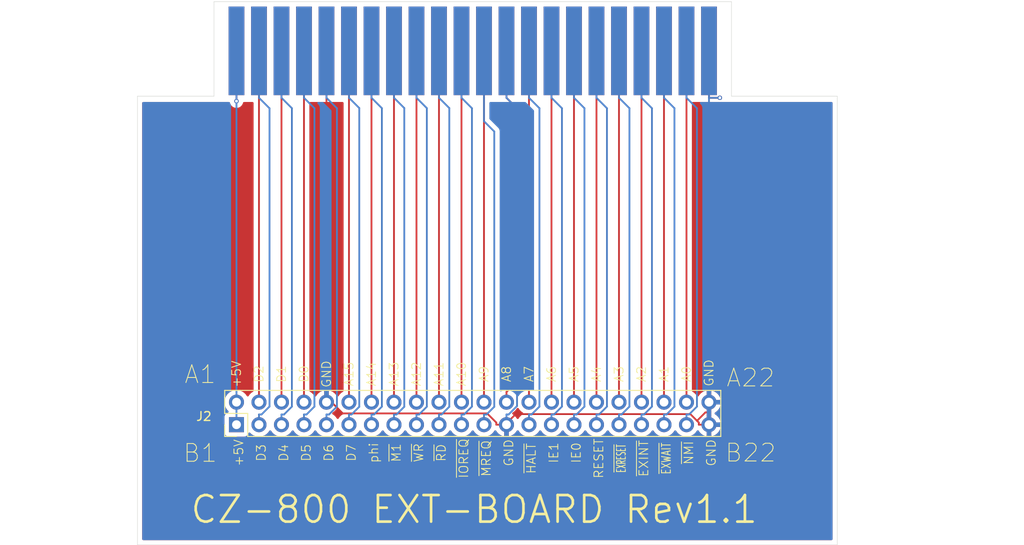
<source format=kicad_pcb>
(kicad_pcb (version 20171130) (host pcbnew "(5.1.9)-1")

  (general
    (thickness 1.6)
    (drawings 57)
    (tracks 176)
    (zones 0)
    (modules 2)
    (nets 41)
  )

  (page A4)
  (layers
    (0 F.Cu signal)
    (31 B.Cu signal)
    (32 B.Adhes user hide)
    (33 F.Adhes user hide)
    (34 B.Paste user)
    (35 F.Paste user)
    (36 B.SilkS user)
    (37 F.SilkS user)
    (38 B.Mask user)
    (39 F.Mask user)
    (40 Dwgs.User user hide)
    (41 Cmts.User user hide)
    (42 Eco1.User user hide)
    (43 Eco2.User user hide)
    (44 Edge.Cuts user)
    (45 Margin user hide)
    (46 B.CrtYd user hide)
    (47 F.CrtYd user hide)
    (48 B.Fab user hide)
    (49 F.Fab user hide)
  )

  (setup
    (last_trace_width 0.2)
    (user_trace_width 0.2)
    (user_trace_width 0.4)
    (user_trace_width 0.6)
    (user_trace_width 0.8)
    (user_trace_width 1)
    (user_trace_width 1.2)
    (user_trace_width 1.6)
    (user_trace_width 2)
    (trace_clearance 0.2)
    (zone_clearance 0.508)
    (zone_45_only no)
    (trace_min 0.2)
    (via_size 0.5)
    (via_drill 0.3)
    (via_min_size 0.4)
    (via_min_drill 0.3)
    (user_via 0.9 0.5)
    (user_via 1.2 0.8)
    (user_via 1.4 0.9)
    (user_via 1.5 1)
    (uvia_size 0.3)
    (uvia_drill 0.1)
    (uvias_allowed no)
    (uvia_min_size 0.2)
    (uvia_min_drill 0.1)
    (edge_width 0.05)
    (segment_width 0.2)
    (pcb_text_width 0.3)
    (pcb_text_size 1.5 1.5)
    (mod_edge_width 0.12)
    (mod_text_size 1 1)
    (mod_text_width 0.15)
    (pad_size 1.524 1.524)
    (pad_drill 0.762)
    (pad_to_mask_clearance 0)
    (aux_axis_origin 50 116.5)
    (grid_origin 50 116.5)
    (visible_elements 7FFFFFFF)
    (pcbplotparams
      (layerselection 0x010fc_ffffffff)
      (usegerberextensions true)
      (usegerberattributes false)
      (usegerberadvancedattributes false)
      (creategerberjobfile false)
      (excludeedgelayer true)
      (linewidth 0.100000)
      (plotframeref false)
      (viasonmask false)
      (mode 1)
      (useauxorigin true)
      (hpglpennumber 1)
      (hpglpenspeed 20)
      (hpglpendiameter 15.000000)
      (psnegative false)
      (psa4output false)
      (plotreference true)
      (plotvalue true)
      (plotinvisibletext false)
      (padsonsilk true)
      (subtractmaskfromsilk false)
      (outputformat 1)
      (mirror false)
      (drillshape 0)
      (scaleselection 1)
      (outputdirectory ""))
  )

  (net 0 "")
  (net 1 +5V)
  (net 2 GND)
  (net 3 /D2)
  (net 4 /D1)
  (net 5 /D0)
  (net 6 /A15)
  (net 7 /A14)
  (net 8 /A13)
  (net 9 /A12)
  (net 10 /A11)
  (net 11 /A10)
  (net 12 /A9)
  (net 13 /A8)
  (net 14 /A7)
  (net 15 /A6)
  (net 16 /A5)
  (net 17 /A4)
  (net 18 /A3)
  (net 19 /A2)
  (net 20 /A1)
  (net 21 /A0)
  (net 22 /D3)
  (net 23 /D4)
  (net 24 /D5)
  (net 25 /D6)
  (net 26 /D7)
  (net 27 /~M1)
  (net 28 /~WR)
  (net 29 /~RD)
  (net 30 /~IOREQ)
  (net 31 /~MREQ)
  (net 32 /~HALT)
  (net 33 /IE1)
  (net 34 /IE0)
  (net 35 /RESET)
  (net 36 /~EXRESET)
  (net 37 /~EXINT)
  (net 38 /~EXWAIT)
  (net 39 /~MNI)
  (net 40 /phi)

  (net_class Default "This is the default net class."
    (clearance 0.2)
    (trace_width 0.2)
    (via_dia 0.5)
    (via_drill 0.3)
    (uvia_dia 0.3)
    (uvia_drill 0.1)
    (add_net +5V)
    (add_net /A0)
    (add_net /A1)
    (add_net /A10)
    (add_net /A11)
    (add_net /A12)
    (add_net /A13)
    (add_net /A14)
    (add_net /A15)
    (add_net /A2)
    (add_net /A3)
    (add_net /A4)
    (add_net /A5)
    (add_net /A6)
    (add_net /A7)
    (add_net /A8)
    (add_net /A9)
    (add_net /D0)
    (add_net /D1)
    (add_net /D2)
    (add_net /D3)
    (add_net /D4)
    (add_net /D5)
    (add_net /D6)
    (add_net /D7)
    (add_net /IE0)
    (add_net /IE1)
    (add_net /RESET)
    (add_net /phi)
    (add_net /~EXINT)
    (add_net /~EXRESET)
    (add_net /~EXWAIT)
    (add_net /~HALT)
    (add_net /~IOREQ)
    (add_net /~M1)
    (add_net /~MNI)
    (add_net /~MREQ)
    (add_net /~RD)
    (add_net /~WR)
    (add_net GND)
  )

  (net_class +5V ""
    (clearance 0.2)
    (trace_width 0.4)
    (via_dia 0.5)
    (via_drill 0.3)
    (uvia_dia 0.3)
    (uvia_drill 0.1)
  )

  (net_class GND ""
    (clearance 0.2)
    (trace_width 0.4)
    (via_dia 0.5)
    (via_drill 0.3)
    (uvia_dia 0.3)
    (uvia_drill 0.1)
  )

  (module mz-2000:BUS_MZ2000 (layer F.Cu) (tedit 6260BECF) (tstamp 627A5DF3)
    (at 137.376 62)
    (path /627EE89C)
    (attr virtual)
    (fp_text reference J1 (at -19.876 7.5) (layer F.SilkS) hide
      (effects (font (size 1 1) (thickness 0.15)))
    )
    (fp_text value Conn_02x22_Row_Letter_First (at -73.66 -8.255) (layer F.Fab)
      (effects (font (size 1 1) (thickness 0.15)))
    )
    (fp_line (start -102.87 4.06) (end -102.87 -6.985) (layer F.CrtYd) (width 0.05))
    (fp_line (start -78.74 -6.35) (end -78.74 3.81) (layer F.Fab) (width 0.1))
    (fp_line (start -20.32 3.81) (end -78.74 3.81) (layer F.Fab) (width 0.1))
    (fp_line (start -78.74 -6.35) (end -20.32 -6.35) (layer F.Fab) (width 0.1))
    (fp_line (start -20.32 -6.35) (end -20.32 3.81) (layer F.Fab) (width 0.1))
    (fp_line (start -102.87 -6.985) (end 12.7 -6.985) (layer F.CrtYd) (width 0.05))
    (fp_line (start 12.7 4.06) (end 12.7 -6.985) (layer F.CrtYd) (width 0.05))
    (fp_line (start 12.7 4.06) (end -102.87 4.06) (layer F.CrtYd) (width 0.05))
    (fp_text user %R (at -64.77 -1.905) (layer F.Fab)
      (effects (font (size 1 1) (thickness 0.15)))
    )
    (pad a1 connect rect (at -76.2 -1.27) (size 1.78 10) (layers F.Cu F.Mask)
      (net 1 +5V))
    (pad a2 connect rect (at -73.66 -1.27) (size 1.78 10) (layers F.Cu F.Mask)
      (net 3 /D2))
    (pad a3 connect rect (at -71.12 -1.27) (size 1.78 10) (layers F.Cu F.Mask)
      (net 4 /D1))
    (pad a4 connect rect (at -68.58 -1.27) (size 1.78 10) (layers F.Cu F.Mask)
      (net 5 /D0))
    (pad a5 connect rect (at -66.04 -1.27) (size 1.78 10) (layers F.Cu F.Mask)
      (net 2 GND))
    (pad a6 connect rect (at -63.5 -1.27) (size 1.78 10) (layers F.Cu F.Mask)
      (net 6 /A15))
    (pad a7 connect rect (at -60.96 -1.27) (size 1.78 10) (layers F.Cu F.Mask)
      (net 7 /A14))
    (pad a8 connect rect (at -58.42 -1.27) (size 1.78 10) (layers F.Cu F.Mask)
      (net 8 /A13))
    (pad a9 connect rect (at -55.88 -1.27) (size 1.78 10) (layers F.Cu F.Mask)
      (net 9 /A12))
    (pad a10 connect rect (at -53.34 -1.27) (size 1.78 10) (layers F.Cu F.Mask)
      (net 10 /A11))
    (pad a11 connect rect (at -50.8 -1.27) (size 1.78 10) (layers F.Cu F.Mask)
      (net 11 /A10))
    (pad a12 connect rect (at -48.26 -1.27) (size 1.78 10) (layers F.Cu F.Mask)
      (net 12 /A9))
    (pad a13 connect rect (at -45.72 -1.27) (size 1.78 10) (layers F.Cu F.Mask)
      (net 13 /A8))
    (pad a14 connect rect (at -43.18 -1.27) (size 1.78 10) (layers F.Cu F.Mask)
      (net 14 /A7))
    (pad a15 connect rect (at -40.64 -1.27) (size 1.78 10) (layers F.Cu F.Mask)
      (net 15 /A6))
    (pad a16 connect rect (at -38.1 -1.27) (size 1.78 10) (layers F.Cu F.Mask)
      (net 16 /A5))
    (pad a17 connect rect (at -35.56 -1.27) (size 1.78 10) (layers F.Cu F.Mask)
      (net 17 /A4))
    (pad a18 connect rect (at -33.02 -1.27) (size 1.78 10) (layers F.Cu F.Mask)
      (net 18 /A3))
    (pad a19 connect rect (at -30.48 -1.27) (size 1.78 10) (layers F.Cu F.Mask)
      (net 19 /A2))
    (pad a20 connect rect (at -27.94 -1.27) (size 1.78 10) (layers F.Cu F.Mask)
      (net 20 /A1))
    (pad a21 connect rect (at -25.4 -1.27) (size 1.78 10) (layers F.Cu F.Mask)
      (net 21 /A0))
    (pad a22 connect rect (at -22.86 -1.27) (size 1.78 10) (layers F.Cu F.Mask)
      (net 2 GND))
    (pad b1 connect rect (at -76.2 -1.27) (size 1.78 10) (layers B.Cu B.Mask)
      (net 1 +5V))
    (pad b2 connect rect (at -73.66 -1.27) (size 1.78 10) (layers B.Cu B.Mask)
      (net 22 /D3))
    (pad b3 connect rect (at -71.12 -1.27) (size 1.78 10) (layers B.Cu B.Mask)
      (net 23 /D4))
    (pad b4 connect rect (at -68.58 -1.27) (size 1.78 10) (layers B.Cu B.Mask)
      (net 24 /D5))
    (pad b5 connect rect (at -66.04 -1.27) (size 1.78 10) (layers B.Cu B.Mask)
      (net 25 /D6))
    (pad b6 connect rect (at -63.5 -1.27) (size 1.78 10) (layers B.Cu B.Mask)
      (net 26 /D7))
    (pad b7 connect rect (at -60.96 -1.27) (size 1.78 10) (layers B.Cu B.Mask)
      (net 40 /phi))
    (pad b8 connect rect (at -58.42 -1.27) (size 1.78 10) (layers B.Cu B.Mask)
      (net 27 /~M1))
    (pad b9 connect rect (at -55.88 -1.27) (size 1.78 10) (layers B.Cu B.Mask)
      (net 28 /~WR))
    (pad b10 connect rect (at -53.34 -1.27) (size 1.78 10) (layers B.Cu B.Mask)
      (net 29 /~RD))
    (pad b11 connect rect (at -50.8 -1.27) (size 1.78 10) (layers B.Cu B.Mask)
      (net 30 /~IOREQ))
    (pad b12 connect rect (at -48.26 -1.27) (size 1.78 10) (layers B.Cu B.Mask)
      (net 31 /~MREQ))
    (pad b13 connect rect (at -45.72 -1.27) (size 1.78 10) (layers B.Cu B.Mask)
      (net 2 GND))
    (pad b14 connect rect (at -43.18 -1.27) (size 1.78 10) (layers B.Cu B.Mask)
      (net 32 /~HALT))
    (pad b15 connect rect (at -40.64 -1.27) (size 1.78 10) (layers B.Cu B.Mask)
      (net 33 /IE1))
    (pad b16 connect rect (at -38.1 -1.27) (size 1.78 10) (layers B.Cu B.Mask)
      (net 34 /IE0))
    (pad b17 connect rect (at -35.56 -1.27) (size 1.78 10) (layers B.Cu B.Mask)
      (net 35 /RESET))
    (pad b18 connect rect (at -33.02 -1.27) (size 1.78 10) (layers B.Cu B.Mask)
      (net 36 /~EXRESET))
    (pad b19 connect rect (at -30.48 -1.27) (size 1.78 10) (layers B.Cu B.Mask)
      (net 37 /~EXINT))
    (pad b20 connect rect (at -27.94 -1.27) (size 1.78 10) (layers B.Cu B.Mask)
      (net 38 /~EXWAIT))
    (pad b21 connect rect (at -25.4 -1.27) (size 1.78 10) (layers B.Cu B.Mask)
      (net 39 /~MNI))
    (pad b22 connect rect (at -22.86 -1.27) (size 1.78 10) (layers B.Cu B.Mask)
      (net 2 GND))
  )

  (module mz-2000:PinHeader_2x22_P2.54mm_Vertical (layer F.Cu) (tedit 62614F77) (tstamp 6261FD3E)
    (at 87.846 101.66)
    (descr "Through hole straight pin header, 2x22, 2.54mm pitch, double rows")
    (tags "Through hole pin header THT 2x22 2.54mm double row")
    (path /627F25E4)
    (fp_text reference J2 (at -30.346 0.335) (layer F.SilkS)
      (effects (font (size 1 1) (thickness 0.15)))
    )
    (fp_text value Conn_02x22_Row_Letter_First (at 13.97 -3.81) (layer F.Fab)
      (effects (font (size 1 1) (thickness 0.15)))
    )
    (fp_line (start -27.94 1.27) (end -27.94 -2.54) (layer F.Fab) (width 0.1))
    (fp_line (start -27.94 -2.54) (end 27.94 -2.54) (layer F.Fab) (width 0.1))
    (fp_line (start 27.94 -2.54) (end 27.94 2.54) (layer F.Fab) (width 0.1))
    (fp_line (start 27.94 2.54) (end -26.67 2.54) (layer F.Fab) (width 0.1))
    (fp_line (start -26.67 2.54) (end -27.94 1.27) (layer F.Fab) (width 0.1))
    (fp_line (start 28 2.6) (end 28 -2.6) (layer F.SilkS) (width 0.12))
    (fp_line (start -25.4 2.6) (end 28 2.6) (layer F.SilkS) (width 0.12))
    (fp_line (start -28 -2.6) (end 28 -2.6) (layer F.SilkS) (width 0.12))
    (fp_line (start -25.4 2.6) (end -25.4 0) (layer F.SilkS) (width 0.12))
    (fp_line (start -25.4 0) (end -28 0) (layer F.SilkS) (width 0.12))
    (fp_line (start -28 0) (end -28 -2.6) (layer F.SilkS) (width 0.12))
    (fp_line (start -26.67 2.6) (end -28 2.6) (layer F.SilkS) (width 0.12))
    (fp_line (start -28 2.6) (end -28 1.27) (layer F.SilkS) (width 0.12))
    (fp_line (start -28.47 3.07) (end 28.48 3.07) (layer F.CrtYd) (width 0.05))
    (fp_line (start 28.48 3.07) (end 28.48 -3.08) (layer F.CrtYd) (width 0.05))
    (fp_line (start 28.48 -3.08) (end -28.47 -3.08) (layer F.CrtYd) (width 0.05))
    (fp_line (start -28.47 -3.08) (end -28.47 3.07) (layer F.CrtYd) (width 0.05))
    (fp_text user %R (at 0 0 180) (layer F.Fab)
      (effects (font (size 1 1) (thickness 0.15)))
    )
    (pad a22 thru_hole oval (at 26.67 -1.27 90) (size 1.7 1.7) (drill 1) (layers *.Cu *.Mask)
      (net 2 GND))
    (pad b22 thru_hole oval (at 26.67 1.27 90) (size 1.7 1.7) (drill 1) (layers *.Cu *.Mask)
      (net 2 GND))
    (pad a21 thru_hole oval (at 24.13 -1.27 90) (size 1.7 1.7) (drill 1) (layers *.Cu *.Mask)
      (net 21 /A0))
    (pad b21 thru_hole oval (at 24.13 1.27 90) (size 1.7 1.7) (drill 1) (layers *.Cu *.Mask)
      (net 39 /~MNI))
    (pad a20 thru_hole oval (at 21.59 -1.27 90) (size 1.7 1.7) (drill 1) (layers *.Cu *.Mask)
      (net 20 /A1))
    (pad b20 thru_hole oval (at 21.59 1.27 90) (size 1.7 1.7) (drill 1) (layers *.Cu *.Mask)
      (net 38 /~EXWAIT))
    (pad a19 thru_hole oval (at 19.05 -1.27 90) (size 1.7 1.7) (drill 1) (layers *.Cu *.Mask)
      (net 19 /A2))
    (pad b19 thru_hole oval (at 19.05 1.27 90) (size 1.7 1.7) (drill 1) (layers *.Cu *.Mask)
      (net 37 /~EXINT))
    (pad a18 thru_hole oval (at 16.51 -1.27 90) (size 1.7 1.7) (drill 1) (layers *.Cu *.Mask)
      (net 18 /A3))
    (pad b18 thru_hole oval (at 16.51 1.27 90) (size 1.7 1.7) (drill 1) (layers *.Cu *.Mask)
      (net 36 /~EXRESET))
    (pad a17 thru_hole oval (at 13.97 -1.27 90) (size 1.7 1.7) (drill 1) (layers *.Cu *.Mask)
      (net 17 /A4))
    (pad b17 thru_hole oval (at 13.97 1.27 90) (size 1.7 1.7) (drill 1) (layers *.Cu *.Mask)
      (net 35 /RESET))
    (pad a16 thru_hole oval (at 11.43 -1.27 90) (size 1.7 1.7) (drill 1) (layers *.Cu *.Mask)
      (net 16 /A5))
    (pad b16 thru_hole oval (at 11.43 1.27 90) (size 1.7 1.7) (drill 1) (layers *.Cu *.Mask)
      (net 34 /IE0))
    (pad a15 thru_hole oval (at 8.89 -1.27 90) (size 1.7 1.7) (drill 1) (layers *.Cu *.Mask)
      (net 15 /A6))
    (pad b15 thru_hole oval (at 8.89 1.27 90) (size 1.7 1.7) (drill 1) (layers *.Cu *.Mask)
      (net 33 /IE1))
    (pad a14 thru_hole oval (at 6.35 -1.27 90) (size 1.7 1.7) (drill 1) (layers *.Cu *.Mask)
      (net 14 /A7))
    (pad b14 thru_hole oval (at 6.35 1.27 90) (size 1.7 1.7) (drill 1) (layers *.Cu *.Mask)
      (net 32 /~HALT))
    (pad a13 thru_hole oval (at 3.81 -1.27 90) (size 1.7 1.7) (drill 1) (layers *.Cu *.Mask)
      (net 13 /A8))
    (pad b13 thru_hole oval (at 3.81 1.27 90) (size 1.7 1.7) (drill 1) (layers *.Cu *.Mask)
      (net 2 GND))
    (pad a12 thru_hole oval (at 1.27 -1.27 90) (size 1.7 1.7) (drill 1) (layers *.Cu *.Mask)
      (net 12 /A9))
    (pad b12 thru_hole oval (at 1.27 1.27 90) (size 1.7 1.7) (drill 1) (layers *.Cu *.Mask)
      (net 31 /~MREQ))
    (pad a11 thru_hole oval (at -1.27 -1.27 90) (size 1.7 1.7) (drill 1) (layers *.Cu *.Mask)
      (net 11 /A10))
    (pad b11 thru_hole oval (at -1.27 1.27 90) (size 1.7 1.7) (drill 1) (layers *.Cu *.Mask)
      (net 30 /~IOREQ))
    (pad a10 thru_hole oval (at -3.81 -1.27 90) (size 1.7 1.7) (drill 1) (layers *.Cu *.Mask)
      (net 10 /A11))
    (pad b10 thru_hole oval (at -3.81 1.27 90) (size 1.7 1.7) (drill 1) (layers *.Cu *.Mask)
      (net 29 /~RD))
    (pad a9 thru_hole oval (at -6.35 -1.27 90) (size 1.7 1.7) (drill 1) (layers *.Cu *.Mask)
      (net 9 /A12))
    (pad b9 thru_hole oval (at -6.35 1.27 90) (size 1.7 1.7) (drill 1) (layers *.Cu *.Mask)
      (net 28 /~WR))
    (pad a8 thru_hole oval (at -8.89 -1.27 90) (size 1.7 1.7) (drill 1) (layers *.Cu *.Mask)
      (net 8 /A13))
    (pad b8 thru_hole oval (at -8.89 1.27 90) (size 1.7 1.7) (drill 1) (layers *.Cu *.Mask)
      (net 27 /~M1))
    (pad a7 thru_hole oval (at -11.43 -1.27 90) (size 1.7 1.7) (drill 1) (layers *.Cu *.Mask)
      (net 7 /A14))
    (pad b7 thru_hole oval (at -11.43 1.27 90) (size 1.7 1.7) (drill 1) (layers *.Cu *.Mask)
      (net 40 /phi))
    (pad a6 thru_hole oval (at -13.97 -1.27 90) (size 1.7 1.7) (drill 1) (layers *.Cu *.Mask)
      (net 6 /A15))
    (pad b6 thru_hole oval (at -13.97 1.27 90) (size 1.7 1.7) (drill 1) (layers *.Cu *.Mask)
      (net 26 /D7))
    (pad a5 thru_hole oval (at -16.51 -1.27 90) (size 1.7 1.7) (drill 1) (layers *.Cu *.Mask)
      (net 2 GND))
    (pad b5 thru_hole oval (at -16.51 1.27 90) (size 1.7 1.7) (drill 1) (layers *.Cu *.Mask)
      (net 25 /D6))
    (pad a4 thru_hole oval (at -19.05 -1.27 90) (size 1.7 1.7) (drill 1) (layers *.Cu *.Mask)
      (net 5 /D0))
    (pad b4 thru_hole oval (at -19.05 1.27 90) (size 1.7 1.7) (drill 1) (layers *.Cu *.Mask)
      (net 24 /D5))
    (pad a3 thru_hole oval (at -21.59 -1.27 90) (size 1.7 1.7) (drill 1) (layers *.Cu *.Mask)
      (net 4 /D1))
    (pad b3 thru_hole oval (at -21.59 1.27 90) (size 1.7 1.7) (drill 1) (layers *.Cu *.Mask)
      (net 23 /D4))
    (pad a2 thru_hole oval (at -24.13 -1.27 90) (size 1.7 1.7) (drill 1) (layers *.Cu *.Mask)
      (net 3 /D2))
    (pad b2 thru_hole oval (at -24.13 1.27 90) (size 1.7 1.7) (drill 1) (layers *.Cu *.Mask)
      (net 22 /D3))
    (pad a1 thru_hole oval (at -26.67 -1.27 90) (size 1.7 1.7) (drill 1) (layers *.Cu *.Mask)
      (net 1 +5V))
    (pad b1 thru_hole rect (at -26.67 1.27 90) (size 1.7 1.7) (drill 1) (layers *.Cu *.Mask)
      (net 1 +5V))
    (model ${KIPRJMOD}/mz-2000.pretty/PinHeader_2x22_P2.54mm_Vertical.kicad_mod
      (at (xyz 0 0 0))
      (scale (xyz 1 1 1))
      (rotate (xyz 0 0 0))
    )
  )

  (gr_text B1 (at 57.0835 106.1395) (layer F.SilkS) (tstamp 628B30DD)
    (effects (font (size 2 2) (thickness 0.1)))
  )
  (gr_text A1 (at 57.0835 97.2495) (layer F.SilkS) (tstamp 628B30DD)
    (effects (font (size 2 2) (thickness 0.1)))
  )
  (gr_text B22 (at 119.215 106.105) (layer F.SilkS) (tstamp 628B30DD)
    (effects (font (size 2 2) (thickness 0.1)))
  )
  (gr_text A22 (at 119.215 97.6305) (layer F.SilkS) (tstamp 628B30DD)
    (effects (font (size 2 2) (thickness 0.1)))
  )
  (gr_text GND (at 114.516 97.088 90) (layer F.SilkS) (tstamp 627A509F)
    (effects (font (size 1 1) (thickness 0.1)))
  )
  (gr_text A0 (at 111.976 97.215 90) (layer F.SilkS) (tstamp 627A509F)
    (effects (font (size 1 1) (thickness 0.1)))
  )
  (gr_text A1 (at 109.436 97.215 90) (layer F.SilkS) (tstamp 627A509F)
    (effects (font (size 1 1) (thickness 0.1)))
  )
  (gr_text A2 (at 106.896 97.215 90) (layer F.SilkS) (tstamp 627A509F)
    (effects (font (size 1 1) (thickness 0.1)))
  )
  (gr_text A3 (at 104.356 97.215 90) (layer F.SilkS) (tstamp 627A509F)
    (effects (font (size 1 1) (thickness 0.1)))
  )
  (gr_text A4 (at 101.816 97.215 90) (layer F.SilkS) (tstamp 627A509F)
    (effects (font (size 1 1) (thickness 0.1)))
  )
  (gr_text A5 (at 99.276 97.215 90) (layer F.SilkS) (tstamp 627A509F)
    (effects (font (size 1 1) (thickness 0.1)))
  )
  (gr_text A6 (at 96.736 97.215 90) (layer F.SilkS) (tstamp 627A509F)
    (effects (font (size 1 1) (thickness 0.1)))
  )
  (gr_text A7 (at 94.196 97.215 90) (layer F.SilkS) (tstamp 627A509F)
    (effects (font (size 1 1) (thickness 0.1)))
  )
  (gr_text A8 (at 91.656 97.215 90) (layer F.SilkS) (tstamp 627A509F)
    (effects (font (size 1 1) (thickness 0.1)))
  )
  (gr_text A9 (at 89.116 97.215 90) (layer F.SilkS) (tstamp 627A509F)
    (effects (font (size 1 1) (thickness 0.1)))
  )
  (gr_text A10 (at 86.576 97.215 90) (layer F.SilkS) (tstamp 627A509F)
    (effects (font (size 1 1) (thickness 0.1)))
  )
  (gr_text A11 (at 84.036 97.215 90) (layer F.SilkS) (tstamp 627A509F)
    (effects (font (size 1 1) (thickness 0.1)))
  )
  (gr_text A12 (at 81.496 97.215 90) (layer F.SilkS) (tstamp 627A509F)
    (effects (font (size 1 1) (thickness 0.1)))
  )
  (gr_text A13 (at 78.956 97.215 90) (layer F.SilkS) (tstamp 627A509F)
    (effects (font (size 1 1) (thickness 0.1)))
  )
  (gr_text A14 (at 76.416 97.215 90) (layer F.SilkS) (tstamp 627A509F)
    (effects (font (size 1 1) (thickness 0.1)))
  )
  (gr_text A15 (at 73.876 97.215 90) (layer F.SilkS) (tstamp 627A509F)
    (effects (font (size 1 1) (thickness 0.1)))
  )
  (gr_text GND (at 71.336 97.215 90) (layer F.SilkS) (tstamp 627A509F)
    (effects (font (size 1 1) (thickness 0.1)))
  )
  (gr_text D0 (at 68.796 97.215 90) (layer F.SilkS) (tstamp 627A509F)
    (effects (font (size 1 1) (thickness 0.1)))
  )
  (gr_text D1 (at 66.256 97.215 90) (layer F.SilkS) (tstamp 627A509F)
    (effects (font (size 1 1) (thickness 0.1)))
  )
  (gr_text +5V (at 61.176 97.215 90) (layer F.SilkS) (tstamp 627A509F)
    (effects (font (size 1 1) (thickness 0.1)))
  )
  (gr_text D2 (at 63.716 97.215 90) (layer F.SilkS) (tstamp 627A509F)
    (effects (font (size 1 1) (thickness 0.1)))
  )
  (gr_text GND (at 114.77 106.105 90) (layer F.SilkS) (tstamp 627A509F)
    (effects (font (size 1 1) (thickness 0.1)))
  )
  (gr_text ~NMI (at 112.23 106.105 90) (layer F.SilkS) (tstamp 627A509F)
    (effects (font (size 1 1) (thickness 0.1)))
  )
  (gr_text ~EXWAIT (at 109.69 106.74 90) (layer F.SilkS) (tstamp 627A509F)
    (effects (font (size 1 0.7) (thickness 0.1)))
  )
  (gr_text ~EXINT (at 107.15 106.74 90) (layer F.SilkS) (tstamp 627A509F)
    (effects (font (size 1 1) (thickness 0.1)))
  )
  (gr_text ~EXRESET (at 104.61 106.74 90) (layer F.SilkS) (tstamp 627A509F)
    (effects (font (size 1 0.5) (thickness 0.1)))
  )
  (gr_text RESET (at 102.07 106.74 90) (layer F.SilkS) (tstamp 627A509F)
    (effects (font (size 1 1) (thickness 0.1)))
  )
  (gr_text IE0 (at 99.53 106.105 90) (layer F.SilkS) (tstamp 627A509F)
    (effects (font (size 1 1) (thickness 0.1)))
  )
  (gr_text IE1 (at 96.99 106.105 90) (layer F.SilkS) (tstamp 627A509F)
    (effects (font (size 1 1) (thickness 0.1)))
  )
  (gr_text ~HALT (at 94.45 106.74 90) (layer F.SilkS) (tstamp 627A509F)
    (effects (font (size 1 1) (thickness 0.1)))
  )
  (gr_text GND (at 91.91 106.105 90) (layer F.SilkS) (tstamp 627A509F)
    (effects (font (size 1 1) (thickness 0.1)))
  )
  (gr_text ~MREQ (at 89.37 106.74 90) (layer F.SilkS) (tstamp 627A509F)
    (effects (font (size 1 1) (thickness 0.1)))
  )
  (gr_text ~IOREQ (at 86.83 106.74 90) (layer F.SilkS) (tstamp 627A509F)
    (effects (font (size 1 1) (thickness 0.1)))
  )
  (gr_text ~RD (at 84.29 106.105 90) (layer F.SilkS) (tstamp 627A509F)
    (effects (font (size 1 1) (thickness 0.1)))
  )
  (gr_text ~WR (at 81.75 106.105 90) (layer F.SilkS) (tstamp 627A509F)
    (effects (font (size 1 1) (thickness 0.1)))
  )
  (gr_text ~M1 (at 79.21 106.105 90) (layer F.SilkS) (tstamp 627A509F)
    (effects (font (size 1 1) (thickness 0.1)))
  )
  (gr_text phi (at 76.67 106.105 90) (layer F.SilkS) (tstamp 627A509F)
    (effects (font (size 1 1) (thickness 0.1)))
  )
  (gr_text D7 (at 74.13 106.105 90) (layer F.SilkS) (tstamp 627A509F)
    (effects (font (size 1 1) (thickness 0.1)))
  )
  (gr_text D6 (at 71.59 106.105 90) (layer F.SilkS) (tstamp 627A509F)
    (effects (font (size 1 1) (thickness 0.1)))
  )
  (gr_text D5 (at 69.05 106.105 90) (layer F.SilkS) (tstamp 627A509F)
    (effects (font (size 1 1) (thickness 0.1)))
  )
  (gr_text D4 (at 66.51 106.105 90) (layer F.SilkS) (tstamp 627A509F)
    (effects (font (size 1 1) (thickness 0.1)))
  )
  (gr_text D3 (at 63.97 106.105 90) (layer F.SilkS) (tstamp 627A509F)
    (effects (font (size 1 1) (thickness 0.1)))
  )
  (gr_text +5V (at 61.43 106.105 90) (layer F.SilkS)
    (effects (font (size 1 1) (thickness 0.1)))
  )
  (gr_text "CZ-800 EXT-BOARD Rev1.1" (at 88 112.5) (layer F.SilkS)
    (effects (font (size 3 3) (thickness 0.3)))
  )
  (gr_line (start 58.636 65.846) (end 58.636 55.178) (layer Edge.Cuts) (width 0.05) (tstamp 6261AED2))
  (gr_line (start 50 65.846) (end 58.636 65.846) (layer Edge.Cuts) (width 0.05))
  (gr_line (start 117.056 65.846) (end 117.056 55.178) (layer Edge.Cuts) (width 0.05))
  (gr_line (start 129 65.846) (end 117.056 65.846) (layer Edge.Cuts) (width 0.05))
  (gr_line (start 50 65.846) (end 50 116.5) (layer Edge.Cuts) (width 0.05) (tstamp 6261A2E7))
  (gr_line (start 117.056 55.178) (end 58.636 55.178) (layer Edge.Cuts) (width 0.05))
  (gr_line (start 129 116.5) (end 129 65.846) (layer Edge.Cuts) (width 0.05))
  (gr_line (start 50 116.5) (end 129 116.5) (layer Edge.Cuts) (width 0.05))

  (segment (start 61.176 66.0303) (end 61.176 66.4079) (width 0.2) (layer F.Cu) (net 1))
  (segment (start 61.176 66.4079) (end 61.176 60.73) (width 0.2) (layer B.Cu) (net 1))
  (segment (start 61.176 100.39) (end 61.176 66.4079) (width 0.2) (layer B.Cu) (net 1))
  (segment (start 61.176 60.73) (end 61.176 66.0303) (width 0.2) (layer F.Cu) (net 1))
  (segment (start 61.176 102.93) (end 61.176 100.39) (width 0.2) (layer B.Cu) (net 1))
  (via (at 61.176 66.4079) (size 0.5) (layers F.Cu B.Cu) (net 1))
  (segment (start 114.516 100.39) (end 114.516 101.5403) (width 0.2) (layer F.Cu) (net 2))
  (segment (start 113.1659 102.4919) (end 114.1175 101.5403) (width 0.2) (layer F.Cu) (net 2))
  (segment (start 114.1175 101.5403) (end 114.516 101.5403) (width 0.2) (layer F.Cu) (net 2))
  (segment (start 113.1659 102.4919) (end 113.3657 102.6917) (width 0.2) (layer F.Cu) (net 2))
  (segment (start 113.3657 102.6917) (end 113.3657 102.93) (width 0.2) (layer F.Cu) (net 2))
  (segment (start 91.5053 102.93) (end 92.6959 101.7394) (width 0.2) (layer F.Cu) (net 2))
  (segment (start 92.6959 101.7394) (end 112.4134 101.7394) (width 0.2) (layer F.Cu) (net 2))
  (segment (start 112.4134 101.7394) (end 113.1659 102.4919) (width 0.2) (layer F.Cu) (net 2))
  (segment (start 114.516 102.93) (end 113.3657 102.93) (width 0.2) (layer F.Cu) (net 2))
  (segment (start 91.5053 102.93) (end 91.3546 102.93) (width 0.2) (layer F.Cu) (net 2))
  (segment (start 91.656 102.93) (end 91.5053 102.93) (width 0.2) (layer F.Cu) (net 2))
  (segment (start 91.0809 102.93) (end 90.5057 102.93) (width 0.2) (layer F.Cu) (net 2))
  (segment (start 91.0809 102.93) (end 91.3546 102.93) (width 0.2) (layer F.Cu) (net 2))
  (segment (start 71.9112 100.39) (end 73.1812 101.66) (width 0.2) (layer F.Cu) (net 2))
  (segment (start 73.1812 101.66) (end 89.474 101.66) (width 0.2) (layer F.Cu) (net 2))
  (segment (start 89.474 101.66) (end 90.5057 102.6917) (width 0.2) (layer F.Cu) (net 2))
  (segment (start 90.5057 102.6917) (end 90.5057 102.93) (width 0.2) (layer F.Cu) (net 2))
  (segment (start 71.336 60.73) (end 71.336 99.8148) (width 0.2) (layer F.Cu) (net 2))
  (segment (start 71.336 99.8148) (end 71.9112 100.39) (width 0.2) (layer F.Cu) (net 2))
  (segment (start 91.656 102.93) (end 91.656 101.7797) (width 0.2) (layer B.Cu) (net 2))
  (segment (start 91.656 60.73) (end 91.656 66.0303) (width 0.2) (layer B.Cu) (net 2))
  (segment (start 91.656 66.0303) (end 92.8464 67.2207) (width 0.2) (layer B.Cu) (net 2))
  (segment (start 92.8464 67.2207) (end 92.8464 100.8276) (width 0.2) (layer B.Cu) (net 2))
  (segment (start 92.8464 100.8276) (end 91.8943 101.7797) (width 0.2) (layer B.Cu) (net 2))
  (segment (start 91.8943 101.7797) (end 91.656 101.7797) (width 0.2) (layer B.Cu) (net 2))
  (segment (start 71.336 100.39) (end 71.9112 100.39) (width 0.2) (layer F.Cu) (net 2))
  (segment (start 114.516 66.0303) (end 114.516 60.73) (width 0.2) (layer B.Cu) (net 2))
  (segment (start 114.516 100.39) (end 114.516 66.0303) (width 0.2) (layer B.Cu) (net 2))
  (segment (start 114.516 66.0303) (end 115.7435 66.0303) (width 0.2) (layer B.Cu) (net 2))
  (segment (start 114.516 66.0303) (end 115.7435 66.0303) (width 0.2) (layer F.Cu) (net 2))
  (segment (start 114.516 60.73) (end 114.516 66.0303) (width 0.2) (layer F.Cu) (net 2))
  (via (at 115.7435 66.0303) (size 0.5) (layers F.Cu B.Cu) (net 2))
  (segment (start 63.716 100.39) (end 63.716 60.73) (width 0.2) (layer F.Cu) (net 3))
  (segment (start 66.256 100.39) (end 66.256 60.73) (width 0.2) (layer F.Cu) (net 4))
  (segment (start 68.796 100.39) (end 68.796 60.73) (width 0.2) (layer F.Cu) (net 5))
  (segment (start 73.876 100.39) (end 73.876 60.73) (width 0.2) (layer F.Cu) (net 6))
  (segment (start 76.416 100.39) (end 76.416 60.73) (width 0.2) (layer F.Cu) (net 7))
  (segment (start 78.956 100.39) (end 78.956 60.73) (width 0.2) (layer F.Cu) (net 8))
  (segment (start 81.496 100.39) (end 81.496 60.73) (width 0.2) (layer F.Cu) (net 9))
  (segment (start 84.036 100.39) (end 84.036 60.73) (width 0.2) (layer F.Cu) (net 10))
  (segment (start 86.576 100.39) (end 86.576 60.73) (width 0.2) (layer F.Cu) (net 11))
  (segment (start 89.116 100.39) (end 89.116 60.73) (width 0.2) (layer F.Cu) (net 12))
  (segment (start 91.656 60.73) (end 91.656 66.0303) (width 0.2) (layer F.Cu) (net 13))
  (segment (start 91.656 100.39) (end 91.656 99.2397) (width 0.2) (layer F.Cu) (net 13))
  (segment (start 91.656 99.2397) (end 92.2486 98.6471) (width 0.2) (layer F.Cu) (net 13))
  (segment (start 92.2486 98.6471) (end 92.2486 66.6229) (width 0.2) (layer F.Cu) (net 13))
  (segment (start 92.2486 66.6229) (end 91.656 66.0303) (width 0.2) (layer F.Cu) (net 13))
  (segment (start 94.196 100.39) (end 94.196 60.73) (width 0.2) (layer F.Cu) (net 14))
  (segment (start 96.736 100.39) (end 96.736 60.73) (width 0.2) (layer F.Cu) (net 15))
  (segment (start 99.276 100.39) (end 99.276 60.73) (width 0.2) (layer F.Cu) (net 16))
  (segment (start 101.816 100.39) (end 101.816 60.73) (width 0.2) (layer F.Cu) (net 17))
  (segment (start 104.356 100.39) (end 104.356 60.73) (width 0.2) (layer F.Cu) (net 18))
  (segment (start 106.896 100.39) (end 106.896 60.73) (width 0.2) (layer F.Cu) (net 19))
  (segment (start 109.436 100.39) (end 109.436 60.73) (width 0.2) (layer F.Cu) (net 20))
  (segment (start 111.976 100.39) (end 111.976 60.73) (width 0.2) (layer F.Cu) (net 21))
  (segment (start 63.716 60.73) (end 63.716 66.0303) (width 0.2) (layer B.Cu) (net 22))
  (segment (start 63.716 102.93) (end 63.716 101.7797) (width 0.2) (layer B.Cu) (net 22))
  (segment (start 63.716 101.7797) (end 64.0036 101.7797) (width 0.2) (layer B.Cu) (net 22))
  (segment (start 64.0036 101.7797) (end 64.9063 100.877) (width 0.2) (layer B.Cu) (net 22))
  (segment (start 64.9063 100.877) (end 64.9063 67.2206) (width 0.2) (layer B.Cu) (net 22))
  (segment (start 64.9063 67.2206) (end 63.716 66.0303) (width 0.2) (layer B.Cu) (net 22))
  (segment (start 66.256 60.73) (end 66.256 66.0303) (width 0.2) (layer B.Cu) (net 23))
  (segment (start 66.256 102.93) (end 66.256 101.7797) (width 0.2) (layer B.Cu) (net 23))
  (segment (start 66.256 101.7797) (end 66.5436 101.7797) (width 0.2) (layer B.Cu) (net 23))
  (segment (start 66.5436 101.7797) (end 67.4307 100.8926) (width 0.2) (layer B.Cu) (net 23))
  (segment (start 67.4307 100.8926) (end 67.4307 67.205) (width 0.2) (layer B.Cu) (net 23))
  (segment (start 67.4307 67.205) (end 66.256 66.0303) (width 0.2) (layer B.Cu) (net 23))
  (segment (start 68.796 60.73) (end 68.796 66.0303) (width 0.2) (layer B.Cu) (net 24))
  (segment (start 68.796 102.93) (end 68.796 101.7797) (width 0.2) (layer B.Cu) (net 24))
  (segment (start 68.796 101.7797) (end 69.0836 101.7797) (width 0.2) (layer B.Cu) (net 24))
  (segment (start 69.0836 101.7797) (end 69.9769 100.8864) (width 0.2) (layer B.Cu) (net 24))
  (segment (start 69.9769 100.8864) (end 69.9769 67.2112) (width 0.2) (layer B.Cu) (net 24))
  (segment (start 69.9769 67.2112) (end 68.796 66.0303) (width 0.2) (layer B.Cu) (net 24))
  (segment (start 71.336 60.73) (end 71.336 66.0303) (width 0.2) (layer B.Cu) (net 25))
  (segment (start 71.336 102.93) (end 71.336 101.7797) (width 0.2) (layer B.Cu) (net 25))
  (segment (start 71.336 101.7797) (end 71.6236 101.7797) (width 0.2) (layer B.Cu) (net 25))
  (segment (start 71.6236 101.7797) (end 72.5169 100.8864) (width 0.2) (layer B.Cu) (net 25))
  (segment (start 72.5169 100.8864) (end 72.5169 67.2112) (width 0.2) (layer B.Cu) (net 25))
  (segment (start 72.5169 67.2112) (end 71.336 66.0303) (width 0.2) (layer B.Cu) (net 25))
  (segment (start 73.876 60.73) (end 73.876 66.0303) (width 0.2) (layer B.Cu) (net 26))
  (segment (start 73.876 102.93) (end 73.876 101.7797) (width 0.2) (layer B.Cu) (net 26))
  (segment (start 73.876 101.7797) (end 74.1636 101.7797) (width 0.2) (layer B.Cu) (net 26))
  (segment (start 74.1636 101.7797) (end 75.0393 100.904) (width 0.2) (layer B.Cu) (net 26))
  (segment (start 75.0393 100.904) (end 75.0393 67.1936) (width 0.2) (layer B.Cu) (net 26))
  (segment (start 75.0393 67.1936) (end 73.876 66.0303) (width 0.2) (layer B.Cu) (net 26))
  (segment (start 78.956 60.73) (end 78.956 66.0303) (width 0.2) (layer B.Cu) (net 27))
  (segment (start 78.956 102.93) (end 78.956 101.7797) (width 0.2) (layer B.Cu) (net 27))
  (segment (start 78.956 101.7797) (end 79.2436 101.7797) (width 0.2) (layer B.Cu) (net 27))
  (segment (start 79.2436 101.7797) (end 80.1204 100.9029) (width 0.2) (layer B.Cu) (net 27))
  (segment (start 80.1204 100.9029) (end 80.1204 67.1947) (width 0.2) (layer B.Cu) (net 27))
  (segment (start 80.1204 67.1947) (end 78.956 66.0303) (width 0.2) (layer B.Cu) (net 27))
  (segment (start 81.496 60.73) (end 81.496 66.0303) (width 0.2) (layer B.Cu) (net 28))
  (segment (start 81.496 102.93) (end 81.496 101.7797) (width 0.2) (layer B.Cu) (net 28))
  (segment (start 81.496 101.7797) (end 81.7836 101.7797) (width 0.2) (layer B.Cu) (net 28))
  (segment (start 81.7836 101.7797) (end 82.6636 100.8997) (width 0.2) (layer B.Cu) (net 28))
  (segment (start 82.6636 100.8997) (end 82.6636 67.1979) (width 0.2) (layer B.Cu) (net 28))
  (segment (start 82.6636 67.1979) (end 81.496 66.0303) (width 0.2) (layer B.Cu) (net 28))
  (segment (start 84.036 60.73) (end 84.036 66.0303) (width 0.2) (layer B.Cu) (net 29))
  (segment (start 84.036 102.93) (end 84.036 101.7797) (width 0.2) (layer B.Cu) (net 29))
  (segment (start 84.036 101.7797) (end 84.3236 101.7797) (width 0.2) (layer B.Cu) (net 29))
  (segment (start 84.3236 101.7797) (end 85.202 100.9013) (width 0.2) (layer B.Cu) (net 29))
  (segment (start 85.202 100.9013) (end 85.202 67.1963) (width 0.2) (layer B.Cu) (net 29))
  (segment (start 85.202 67.1963) (end 84.036 66.0303) (width 0.2) (layer B.Cu) (net 29))
  (segment (start 86.576 60.73) (end 86.576 66.0303) (width 0.2) (layer B.Cu) (net 30))
  (segment (start 86.576 102.93) (end 86.576 101.7797) (width 0.2) (layer B.Cu) (net 30))
  (segment (start 86.576 101.7797) (end 86.8636 101.7797) (width 0.2) (layer B.Cu) (net 30))
  (segment (start 86.8636 101.7797) (end 87.7569 100.8864) (width 0.2) (layer B.Cu) (net 30))
  (segment (start 87.7569 100.8864) (end 87.7569 67.2112) (width 0.2) (layer B.Cu) (net 30))
  (segment (start 87.7569 67.2112) (end 86.576 66.0303) (width 0.2) (layer B.Cu) (net 30))
  (segment (start 89.116 66.0303) (end 89.116 68.6746) (width 0.2) (layer B.Cu) (net 31))
  (segment (start 89.116 68.6746) (end 90.2791 69.8377) (width 0.2) (layer B.Cu) (net 31))
  (segment (start 90.2791 69.8377) (end 90.2791 100.9042) (width 0.2) (layer B.Cu) (net 31))
  (segment (start 90.2791 100.9042) (end 89.4036 101.7797) (width 0.2) (layer B.Cu) (net 31))
  (segment (start 89.4036 101.7797) (end 89.116 101.7797) (width 0.2) (layer B.Cu) (net 31))
  (segment (start 89.116 60.73) (end 89.116 66.0303) (width 0.2) (layer B.Cu) (net 31))
  (segment (start 89.116 102.93) (end 89.116 101.7797) (width 0.2) (layer B.Cu) (net 31))
  (segment (start 94.196 60.73) (end 94.196 66.0303) (width 0.2) (layer B.Cu) (net 32))
  (segment (start 94.196 102.93) (end 94.196 101.7797) (width 0.2) (layer B.Cu) (net 32))
  (segment (start 94.196 101.7797) (end 94.4836 101.7797) (width 0.2) (layer B.Cu) (net 32))
  (segment (start 94.4836 101.7797) (end 95.3769 100.8864) (width 0.2) (layer B.Cu) (net 32))
  (segment (start 95.3769 100.8864) (end 95.3769 67.2112) (width 0.2) (layer B.Cu) (net 32))
  (segment (start 95.3769 67.2112) (end 94.196 66.0303) (width 0.2) (layer B.Cu) (net 32))
  (segment (start 96.736 60.73) (end 96.736 66.0303) (width 0.2) (layer B.Cu) (net 33))
  (segment (start 96.736 102.93) (end 96.736 101.7797) (width 0.2) (layer B.Cu) (net 33))
  (segment (start 96.736 101.7797) (end 97.0236 101.7797) (width 0.2) (layer B.Cu) (net 33))
  (segment (start 97.0236 101.7797) (end 97.9169 100.8864) (width 0.2) (layer B.Cu) (net 33))
  (segment (start 97.9169 100.8864) (end 97.9169 67.2112) (width 0.2) (layer B.Cu) (net 33))
  (segment (start 97.9169 67.2112) (end 96.736 66.0303) (width 0.2) (layer B.Cu) (net 33))
  (segment (start 99.276 60.73) (end 99.276 66.0303) (width 0.2) (layer B.Cu) (net 34))
  (segment (start 99.276 102.93) (end 99.276 101.7797) (width 0.2) (layer B.Cu) (net 34))
  (segment (start 99.276 101.7797) (end 99.5636 101.7797) (width 0.2) (layer B.Cu) (net 34))
  (segment (start 99.5636 101.7797) (end 100.4569 100.8864) (width 0.2) (layer B.Cu) (net 34))
  (segment (start 100.4569 100.8864) (end 100.4569 67.2112) (width 0.2) (layer B.Cu) (net 34))
  (segment (start 100.4569 67.2112) (end 99.276 66.0303) (width 0.2) (layer B.Cu) (net 34))
  (segment (start 101.816 60.73) (end 101.816 66.0303) (width 0.2) (layer B.Cu) (net 35))
  (segment (start 101.816 102.93) (end 101.816 101.7797) (width 0.2) (layer B.Cu) (net 35))
  (segment (start 101.816 101.7797) (end 102.1036 101.7797) (width 0.2) (layer B.Cu) (net 35))
  (segment (start 102.1036 101.7797) (end 102.9969 100.8864) (width 0.2) (layer B.Cu) (net 35))
  (segment (start 102.9969 100.8864) (end 102.9969 67.2112) (width 0.2) (layer B.Cu) (net 35))
  (segment (start 102.9969 67.2112) (end 101.816 66.0303) (width 0.2) (layer B.Cu) (net 35))
  (segment (start 104.356 60.73) (end 104.356 66.0303) (width 0.2) (layer B.Cu) (net 36))
  (segment (start 104.356 102.93) (end 104.356 101.7797) (width 0.2) (layer B.Cu) (net 36))
  (segment (start 104.356 101.7797) (end 104.6436 101.7797) (width 0.2) (layer B.Cu) (net 36))
  (segment (start 104.6436 101.7797) (end 105.5369 100.8864) (width 0.2) (layer B.Cu) (net 36))
  (segment (start 105.5369 100.8864) (end 105.5369 67.2112) (width 0.2) (layer B.Cu) (net 36))
  (segment (start 105.5369 67.2112) (end 104.356 66.0303) (width 0.2) (layer B.Cu) (net 36))
  (segment (start 106.896 60.73) (end 106.896 66.0303) (width 0.2) (layer B.Cu) (net 37))
  (segment (start 106.896 102.93) (end 106.896 101.7797) (width 0.2) (layer B.Cu) (net 37))
  (segment (start 106.896 101.7797) (end 107.1836 101.7797) (width 0.2) (layer B.Cu) (net 37))
  (segment (start 107.1836 101.7797) (end 108.0769 100.8864) (width 0.2) (layer B.Cu) (net 37))
  (segment (start 108.0769 100.8864) (end 108.0769 67.2112) (width 0.2) (layer B.Cu) (net 37))
  (segment (start 108.0769 67.2112) (end 106.896 66.0303) (width 0.2) (layer B.Cu) (net 37))
  (segment (start 109.436 60.73) (end 109.436 66.0303) (width 0.2) (layer B.Cu) (net 38))
  (segment (start 109.436 102.93) (end 109.436 101.7797) (width 0.2) (layer B.Cu) (net 38))
  (segment (start 109.436 101.7797) (end 109.7236 101.7797) (width 0.2) (layer B.Cu) (net 38))
  (segment (start 109.7236 101.7797) (end 110.6169 100.8864) (width 0.2) (layer B.Cu) (net 38))
  (segment (start 110.6169 100.8864) (end 110.6169 67.2112) (width 0.2) (layer B.Cu) (net 38))
  (segment (start 110.6169 67.2112) (end 109.436 66.0303) (width 0.2) (layer B.Cu) (net 38))
  (segment (start 111.976 60.73) (end 111.976 66.0303) (width 0.2) (layer B.Cu) (net 39))
  (segment (start 111.976 102.93) (end 111.976 101.7797) (width 0.2) (layer B.Cu) (net 39))
  (segment (start 111.976 101.7797) (end 112.2636 101.7797) (width 0.2) (layer B.Cu) (net 39))
  (segment (start 112.2636 101.7797) (end 113.1569 100.8864) (width 0.2) (layer B.Cu) (net 39))
  (segment (start 113.1569 100.8864) (end 113.1569 67.2112) (width 0.2) (layer B.Cu) (net 39))
  (segment (start 113.1569 67.2112) (end 111.976 66.0303) (width 0.2) (layer B.Cu) (net 39))
  (segment (start 76.416 60.73) (end 76.416 66.0303) (width 0.2) (layer B.Cu) (net 40))
  (segment (start 76.416 102.93) (end 76.416 101.7797) (width 0.2) (layer B.Cu) (net 40))
  (segment (start 76.416 101.7797) (end 76.7036 101.7797) (width 0.2) (layer B.Cu) (net 40))
  (segment (start 76.7036 101.7797) (end 77.5892 100.8941) (width 0.2) (layer B.Cu) (net 40))
  (segment (start 77.5892 100.8941) (end 77.5892 67.2035) (width 0.2) (layer B.Cu) (net 40))
  (segment (start 77.5892 67.2035) (end 76.416 66.0303) (width 0.2) (layer B.Cu) (net 40))

  (zone (net 2) (net_name GND) (layer F.Cu) (tstamp 0) (hatch edge 0.508)
    (connect_pads (clearance 0.508))
    (min_thickness 0.254)
    (fill yes (arc_segments 32) (thermal_gap 0.508) (thermal_bridge_width 0.508))
    (polygon
      (pts
        (xy 128.5 116) (xy 50.5 116) (xy 50.5 66.5) (xy 128.5 66.5)
      )
    )
    (filled_polygon
      (pts
        (xy 60.32501 66.666045) (xy 60.391723 66.827105) (xy 60.488576 66.972055) (xy 60.611845 67.095324) (xy 60.756795 67.192177)
        (xy 60.917855 67.25889) (xy 61.088835 67.2929) (xy 61.263165 67.2929) (xy 61.434145 67.25889) (xy 61.595205 67.192177)
        (xy 61.740155 67.095324) (xy 61.863424 66.972055) (xy 61.960277 66.827105) (xy 62.02699 66.666045) (xy 62.034757 66.627)
        (xy 62.981001 66.627) (xy 62.981 99.095117) (xy 62.769368 99.236525) (xy 62.562525 99.443368) (xy 62.446 99.61776)
        (xy 62.329475 99.443368) (xy 62.122632 99.236525) (xy 61.879411 99.07401) (xy 61.609158 98.962068) (xy 61.32226 98.905)
        (xy 61.02974 98.905) (xy 60.742842 98.962068) (xy 60.472589 99.07401) (xy 60.229368 99.236525) (xy 60.022525 99.443368)
        (xy 59.86001 99.686589) (xy 59.748068 99.956842) (xy 59.691 100.24374) (xy 59.691 100.53626) (xy 59.748068 100.823158)
        (xy 59.86001 101.093411) (xy 60.022525 101.336632) (xy 60.15438 101.468487) (xy 60.08182 101.490498) (xy 59.971506 101.549463)
        (xy 59.874815 101.628815) (xy 59.795463 101.725506) (xy 59.736498 101.83582) (xy 59.700188 101.955518) (xy 59.687928 102.08)
        (xy 59.687928 103.78) (xy 59.700188 103.904482) (xy 59.736498 104.02418) (xy 59.795463 104.134494) (xy 59.874815 104.231185)
        (xy 59.971506 104.310537) (xy 60.08182 104.369502) (xy 60.201518 104.405812) (xy 60.326 104.418072) (xy 62.026 104.418072)
        (xy 62.150482 104.405812) (xy 62.27018 104.369502) (xy 62.380494 104.310537) (xy 62.477185 104.231185) (xy 62.556537 104.134494)
        (xy 62.615502 104.02418) (xy 62.637513 103.95162) (xy 62.769368 104.083475) (xy 63.012589 104.24599) (xy 63.282842 104.357932)
        (xy 63.56974 104.415) (xy 63.86226 104.415) (xy 64.149158 104.357932) (xy 64.419411 104.24599) (xy 64.662632 104.083475)
        (xy 64.869475 103.876632) (xy 64.986 103.70224) (xy 65.102525 103.876632) (xy 65.309368 104.083475) (xy 65.552589 104.24599)
        (xy 65.822842 104.357932) (xy 66.10974 104.415) (xy 66.40226 104.415) (xy 66.689158 104.357932) (xy 66.959411 104.24599)
        (xy 67.202632 104.083475) (xy 67.409475 103.876632) (xy 67.526 103.70224) (xy 67.642525 103.876632) (xy 67.849368 104.083475)
        (xy 68.092589 104.24599) (xy 68.362842 104.357932) (xy 68.64974 104.415) (xy 68.94226 104.415) (xy 69.229158 104.357932)
        (xy 69.499411 104.24599) (xy 69.742632 104.083475) (xy 69.949475 103.876632) (xy 70.066 103.70224) (xy 70.182525 103.876632)
        (xy 70.389368 104.083475) (xy 70.632589 104.24599) (xy 70.902842 104.357932) (xy 71.18974 104.415) (xy 71.48226 104.415)
        (xy 71.769158 104.357932) (xy 72.039411 104.24599) (xy 72.282632 104.083475) (xy 72.489475 103.876632) (xy 72.606 103.70224)
        (xy 72.722525 103.876632) (xy 72.929368 104.083475) (xy 73.172589 104.24599) (xy 73.442842 104.357932) (xy 73.72974 104.415)
        (xy 74.02226 104.415) (xy 74.309158 104.357932) (xy 74.579411 104.24599) (xy 74.822632 104.083475) (xy 75.029475 103.876632)
        (xy 75.146 103.70224) (xy 75.262525 103.876632) (xy 75.469368 104.083475) (xy 75.712589 104.24599) (xy 75.982842 104.357932)
        (xy 76.26974 104.415) (xy 76.56226 104.415) (xy 76.849158 104.357932) (xy 77.119411 104.24599) (xy 77.362632 104.083475)
        (xy 77.569475 103.876632) (xy 77.686 103.70224) (xy 77.802525 103.876632) (xy 78.009368 104.083475) (xy 78.252589 104.24599)
        (xy 78.522842 104.357932) (xy 78.80974 104.415) (xy 79.10226 104.415) (xy 79.389158 104.357932) (xy 79.659411 104.24599)
        (xy 79.902632 104.083475) (xy 80.109475 103.876632) (xy 80.226 103.70224) (xy 80.342525 103.876632) (xy 80.549368 104.083475)
        (xy 80.792589 104.24599) (xy 81.062842 104.357932) (xy 81.34974 104.415) (xy 81.64226 104.415) (xy 81.929158 104.357932)
        (xy 82.199411 104.24599) (xy 82.442632 104.083475) (xy 82.649475 103.876632) (xy 82.766 103.70224) (xy 82.882525 103.876632)
        (xy 83.089368 104.083475) (xy 83.332589 104.24599) (xy 83.602842 104.357932) (xy 83.88974 104.415) (xy 84.18226 104.415)
        (xy 84.469158 104.357932) (xy 84.739411 104.24599) (xy 84.982632 104.083475) (xy 85.189475 103.876632) (xy 85.306 103.70224)
        (xy 85.422525 103.876632) (xy 85.629368 104.083475) (xy 85.872589 104.24599) (xy 86.142842 104.357932) (xy 86.42974 104.415)
        (xy 86.72226 104.415) (xy 87.009158 104.357932) (xy 87.279411 104.24599) (xy 87.522632 104.083475) (xy 87.729475 103.876632)
        (xy 87.846 103.70224) (xy 87.962525 103.876632) (xy 88.169368 104.083475) (xy 88.412589 104.24599) (xy 88.682842 104.357932)
        (xy 88.96974 104.415) (xy 89.26226 104.415) (xy 89.549158 104.357932) (xy 89.819411 104.24599) (xy 90.062632 104.083475)
        (xy 90.269475 103.876632) (xy 90.391195 103.694466) (xy 90.460822 103.811355) (xy 90.655731 104.027588) (xy 90.88908 104.201641)
        (xy 91.151901 104.326825) (xy 91.29911 104.371476) (xy 91.529 104.250155) (xy 91.529 103.057) (xy 91.509 103.057)
        (xy 91.509 102.803) (xy 91.529 102.803) (xy 91.529 102.783) (xy 91.783 102.783) (xy 91.783 102.803)
        (xy 91.803 102.803) (xy 91.803 103.057) (xy 91.783 103.057) (xy 91.783 104.250155) (xy 92.01289 104.371476)
        (xy 92.160099 104.326825) (xy 92.42292 104.201641) (xy 92.656269 104.027588) (xy 92.851178 103.811355) (xy 92.920805 103.694466)
        (xy 93.042525 103.876632) (xy 93.249368 104.083475) (xy 93.492589 104.24599) (xy 93.762842 104.357932) (xy 94.04974 104.415)
        (xy 94.34226 104.415) (xy 94.629158 104.357932) (xy 94.899411 104.24599) (xy 95.142632 104.083475) (xy 95.349475 103.876632)
        (xy 95.466 103.70224) (xy 95.582525 103.876632) (xy 95.789368 104.083475) (xy 96.032589 104.24599) (xy 96.302842 104.357932)
        (xy 96.58974 104.415) (xy 96.88226 104.415) (xy 97.169158 104.357932) (xy 97.439411 104.24599) (xy 97.682632 104.083475)
        (xy 97.889475 103.876632) (xy 98.006 103.70224) (xy 98.122525 103.876632) (xy 98.329368 104.083475) (xy 98.572589 104.24599)
        (xy 98.842842 104.357932) (xy 99.12974 104.415) (xy 99.42226 104.415) (xy 99.709158 104.357932) (xy 99.979411 104.24599)
        (xy 100.222632 104.083475) (xy 100.429475 103.876632) (xy 100.546 103.70224) (xy 100.662525 103.876632) (xy 100.869368 104.083475)
        (xy 101.112589 104.24599) (xy 101.382842 104.357932) (xy 101.66974 104.415) (xy 101.96226 104.415) (xy 102.249158 104.357932)
        (xy 102.519411 104.24599) (xy 102.762632 104.083475) (xy 102.969475 103.876632) (xy 103.086 103.70224) (xy 103.202525 103.876632)
        (xy 103.409368 104.083475) (xy 103.652589 104.24599) (xy 103.922842 104.357932) (xy 104.20974 104.415) (xy 104.50226 104.415)
        (xy 104.789158 104.357932) (xy 105.059411 104.24599) (xy 105.302632 104.083475) (xy 105.509475 103.876632) (xy 105.626 103.70224)
        (xy 105.742525 103.876632) (xy 105.949368 104.083475) (xy 106.192589 104.24599) (xy 106.462842 104.357932) (xy 106.74974 104.415)
        (xy 107.04226 104.415) (xy 107.329158 104.357932) (xy 107.599411 104.24599) (xy 107.842632 104.083475) (xy 108.049475 103.876632)
        (xy 108.166 103.70224) (xy 108.282525 103.876632) (xy 108.489368 104.083475) (xy 108.732589 104.24599) (xy 109.002842 104.357932)
        (xy 109.28974 104.415) (xy 109.58226 104.415) (xy 109.869158 104.357932) (xy 110.139411 104.24599) (xy 110.382632 104.083475)
        (xy 110.589475 103.876632) (xy 110.706 103.70224) (xy 110.822525 103.876632) (xy 111.029368 104.083475) (xy 111.272589 104.24599)
        (xy 111.542842 104.357932) (xy 111.82974 104.415) (xy 112.12226 104.415) (xy 112.409158 104.357932) (xy 112.679411 104.24599)
        (xy 112.922632 104.083475) (xy 113.129475 103.876632) (xy 113.251195 103.694466) (xy 113.320822 103.811355) (xy 113.515731 104.027588)
        (xy 113.74908 104.201641) (xy 114.011901 104.326825) (xy 114.15911 104.371476) (xy 114.389 104.250155) (xy 114.389 103.057)
        (xy 114.643 103.057) (xy 114.643 104.250155) (xy 114.87289 104.371476) (xy 115.020099 104.326825) (xy 115.28292 104.201641)
        (xy 115.516269 104.027588) (xy 115.711178 103.811355) (xy 115.860157 103.561252) (xy 115.957481 103.286891) (xy 115.836814 103.057)
        (xy 114.643 103.057) (xy 114.389 103.057) (xy 114.369 103.057) (xy 114.369 102.803) (xy 114.389 102.803)
        (xy 114.389 100.517) (xy 114.643 100.517) (xy 114.643 102.803) (xy 115.836814 102.803) (xy 115.957481 102.573109)
        (xy 115.860157 102.298748) (xy 115.711178 102.048645) (xy 115.516269 101.832412) (xy 115.28512 101.66) (xy 115.516269 101.487588)
        (xy 115.711178 101.271355) (xy 115.860157 101.021252) (xy 115.957481 100.746891) (xy 115.836814 100.517) (xy 114.643 100.517)
        (xy 114.389 100.517) (xy 114.369 100.517) (xy 114.369 100.263) (xy 114.389 100.263) (xy 114.389 99.069845)
        (xy 114.643 99.069845) (xy 114.643 100.263) (xy 115.836814 100.263) (xy 115.957481 100.033109) (xy 115.860157 99.758748)
        (xy 115.711178 99.508645) (xy 115.516269 99.292412) (xy 115.28292 99.118359) (xy 115.020099 98.993175) (xy 114.87289 98.948524)
        (xy 114.643 99.069845) (xy 114.389 99.069845) (xy 114.15911 98.948524) (xy 114.011901 98.993175) (xy 113.74908 99.118359)
        (xy 113.515731 99.292412) (xy 113.320822 99.508645) (xy 113.251195 99.625534) (xy 113.129475 99.443368) (xy 112.922632 99.236525)
        (xy 112.711 99.095117) (xy 112.711 66.627) (xy 128.340001 66.627) (xy 128.34 115.84) (xy 50.66 115.84)
        (xy 50.66 66.627) (xy 60.317243 66.627)
      )
    )
    (filled_polygon
      (pts
        (xy 93.042525 101.336632) (xy 93.249368 101.543475) (xy 93.42376 101.66) (xy 93.249368 101.776525) (xy 93.042525 101.983368)
        (xy 92.920805 102.165534) (xy 92.851178 102.048645) (xy 92.656269 101.832412) (xy 92.426594 101.6611) (xy 92.602632 101.543475)
        (xy 92.809475 101.336632) (xy 92.926 101.16224)
      )
    )
    (filled_polygon
      (pts
        (xy 72.722525 101.336632) (xy 72.929368 101.543475) (xy 73.10376 101.66) (xy 72.929368 101.776525) (xy 72.722525 101.983368)
        (xy 72.606 102.15776) (xy 72.489475 101.983368) (xy 72.282632 101.776525) (xy 72.106594 101.6589) (xy 72.336269 101.487588)
        (xy 72.531178 101.271355) (xy 72.600805 101.154466)
      )
    )
    (filled_polygon
      (pts
        (xy 73.141 99.095117) (xy 72.929368 99.236525) (xy 72.722525 99.443368) (xy 72.600805 99.625534) (xy 72.531178 99.508645)
        (xy 72.336269 99.292412) (xy 72.10292 99.118359) (xy 71.840099 98.993175) (xy 71.69289 98.948524) (xy 71.463 99.069845)
        (xy 71.463 100.263) (xy 71.483 100.263) (xy 71.483 100.517) (xy 71.463 100.517) (xy 71.463 100.537)
        (xy 71.209 100.537) (xy 71.209 100.517) (xy 71.189 100.517) (xy 71.189 100.263) (xy 71.209 100.263)
        (xy 71.209 99.069845) (xy 70.97911 98.948524) (xy 70.831901 98.993175) (xy 70.56908 99.118359) (xy 70.335731 99.292412)
        (xy 70.140822 99.508645) (xy 70.071195 99.625534) (xy 69.949475 99.443368) (xy 69.742632 99.236525) (xy 69.531 99.095117)
        (xy 69.531 66.627) (xy 73.141001 66.627)
      )
    )
  )
  (zone (net 2) (net_name GND) (layer B.Cu) (tstamp 0) (hatch edge 0.508)
    (connect_pads (clearance 0.508))
    (min_thickness 0.254)
    (fill yes (arc_segments 32) (thermal_gap 0.508) (thermal_bridge_width 0.508))
    (polygon
      (pts
        (xy 128.5 116) (xy 50.5 116) (xy 50.5 66.5) (xy 128.5 66.5)
      )
    )
    (filled_polygon
      (pts
        (xy 60.32501 66.666045) (xy 60.391723 66.827105) (xy 60.441001 66.900854) (xy 60.441 99.095117) (xy 60.229368 99.236525)
        (xy 60.022525 99.443368) (xy 59.86001 99.686589) (xy 59.748068 99.956842) (xy 59.691 100.24374) (xy 59.691 100.53626)
        (xy 59.748068 100.823158) (xy 59.86001 101.093411) (xy 60.022525 101.336632) (xy 60.15438 101.468487) (xy 60.08182 101.490498)
        (xy 59.971506 101.549463) (xy 59.874815 101.628815) (xy 59.795463 101.725506) (xy 59.736498 101.83582) (xy 59.700188 101.955518)
        (xy 59.687928 102.08) (xy 59.687928 103.78) (xy 59.700188 103.904482) (xy 59.736498 104.02418) (xy 59.795463 104.134494)
        (xy 59.874815 104.231185) (xy 59.971506 104.310537) (xy 60.08182 104.369502) (xy 60.201518 104.405812) (xy 60.326 104.418072)
        (xy 62.026 104.418072) (xy 62.150482 104.405812) (xy 62.27018 104.369502) (xy 62.380494 104.310537) (xy 62.477185 104.231185)
        (xy 62.556537 104.134494) (xy 62.615502 104.02418) (xy 62.637513 103.95162) (xy 62.769368 104.083475) (xy 63.012589 104.24599)
        (xy 63.282842 104.357932) (xy 63.56974 104.415) (xy 63.86226 104.415) (xy 64.149158 104.357932) (xy 64.419411 104.24599)
        (xy 64.662632 104.083475) (xy 64.869475 103.876632) (xy 64.986 103.70224) (xy 65.102525 103.876632) (xy 65.309368 104.083475)
        (xy 65.552589 104.24599) (xy 65.822842 104.357932) (xy 66.10974 104.415) (xy 66.40226 104.415) (xy 66.689158 104.357932)
        (xy 66.959411 104.24599) (xy 67.202632 104.083475) (xy 67.409475 103.876632) (xy 67.526 103.70224) (xy 67.642525 103.876632)
        (xy 67.849368 104.083475) (xy 68.092589 104.24599) (xy 68.362842 104.357932) (xy 68.64974 104.415) (xy 68.94226 104.415)
        (xy 69.229158 104.357932) (xy 69.499411 104.24599) (xy 69.742632 104.083475) (xy 69.949475 103.876632) (xy 70.066 103.70224)
        (xy 70.182525 103.876632) (xy 70.389368 104.083475) (xy 70.632589 104.24599) (xy 70.902842 104.357932) (xy 71.18974 104.415)
        (xy 71.48226 104.415) (xy 71.769158 104.357932) (xy 72.039411 104.24599) (xy 72.282632 104.083475) (xy 72.489475 103.876632)
        (xy 72.606 103.70224) (xy 72.722525 103.876632) (xy 72.929368 104.083475) (xy 73.172589 104.24599) (xy 73.442842 104.357932)
        (xy 73.72974 104.415) (xy 74.02226 104.415) (xy 74.309158 104.357932) (xy 74.579411 104.24599) (xy 74.822632 104.083475)
        (xy 75.029475 103.876632) (xy 75.146 103.70224) (xy 75.262525 103.876632) (xy 75.469368 104.083475) (xy 75.712589 104.24599)
        (xy 75.982842 104.357932) (xy 76.26974 104.415) (xy 76.56226 104.415) (xy 76.849158 104.357932) (xy 77.119411 104.24599)
        (xy 77.362632 104.083475) (xy 77.569475 103.876632) (xy 77.686 103.70224) (xy 77.802525 103.876632) (xy 78.009368 104.083475)
        (xy 78.252589 104.24599) (xy 78.522842 104.357932) (xy 78.80974 104.415) (xy 79.10226 104.415) (xy 79.389158 104.357932)
        (xy 79.659411 104.24599) (xy 79.902632 104.083475) (xy 80.109475 103.876632) (xy 80.226 103.70224) (xy 80.342525 103.876632)
        (xy 80.549368 104.083475) (xy 80.792589 104.24599) (xy 81.062842 104.357932) (xy 81.34974 104.415) (xy 81.64226 104.415)
        (xy 81.929158 104.357932) (xy 82.199411 104.24599) (xy 82.442632 104.083475) (xy 82.649475 103.876632) (xy 82.766 103.70224)
        (xy 82.882525 103.876632) (xy 83.089368 104.083475) (xy 83.332589 104.24599) (xy 83.602842 104.357932) (xy 83.88974 104.415)
        (xy 84.18226 104.415) (xy 84.469158 104.357932) (xy 84.739411 104.24599) (xy 84.982632 104.083475) (xy 85.189475 103.876632)
        (xy 85.306 103.70224) (xy 85.422525 103.876632) (xy 85.629368 104.083475) (xy 85.872589 104.24599) (xy 86.142842 104.357932)
        (xy 86.42974 104.415) (xy 86.72226 104.415) (xy 87.009158 104.357932) (xy 87.279411 104.24599) (xy 87.522632 104.083475)
        (xy 87.729475 103.876632) (xy 87.846 103.70224) (xy 87.962525 103.876632) (xy 88.169368 104.083475) (xy 88.412589 104.24599)
        (xy 88.682842 104.357932) (xy 88.96974 104.415) (xy 89.26226 104.415) (xy 89.549158 104.357932) (xy 89.819411 104.24599)
        (xy 90.062632 104.083475) (xy 90.269475 103.876632) (xy 90.391195 103.694466) (xy 90.460822 103.811355) (xy 90.655731 104.027588)
        (xy 90.88908 104.201641) (xy 91.151901 104.326825) (xy 91.29911 104.371476) (xy 91.529 104.250155) (xy 91.529 103.057)
        (xy 91.509 103.057) (xy 91.509 102.803) (xy 91.529 102.803) (xy 91.529 102.783) (xy 91.783 102.783)
        (xy 91.783 102.803) (xy 91.803 102.803) (xy 91.803 103.057) (xy 91.783 103.057) (xy 91.783 104.250155)
        (xy 92.01289 104.371476) (xy 92.160099 104.326825) (xy 92.42292 104.201641) (xy 92.656269 104.027588) (xy 92.851178 103.811355)
        (xy 92.920805 103.694466) (xy 93.042525 103.876632) (xy 93.249368 104.083475) (xy 93.492589 104.24599) (xy 93.762842 104.357932)
        (xy 94.04974 104.415) (xy 94.34226 104.415) (xy 94.629158 104.357932) (xy 94.899411 104.24599) (xy 95.142632 104.083475)
        (xy 95.349475 103.876632) (xy 95.466 103.70224) (xy 95.582525 103.876632) (xy 95.789368 104.083475) (xy 96.032589 104.24599)
        (xy 96.302842 104.357932) (xy 96.58974 104.415) (xy 96.88226 104.415) (xy 97.169158 104.357932) (xy 97.439411 104.24599)
        (xy 97.682632 104.083475) (xy 97.889475 103.876632) (xy 98.006 103.70224) (xy 98.122525 103.876632) (xy 98.329368 104.083475)
        (xy 98.572589 104.24599) (xy 98.842842 104.357932) (xy 99.12974 104.415) (xy 99.42226 104.415) (xy 99.709158 104.357932)
        (xy 99.979411 104.24599) (xy 100.222632 104.083475) (xy 100.429475 103.876632) (xy 100.546 103.70224) (xy 100.662525 103.876632)
        (xy 100.869368 104.083475) (xy 101.112589 104.24599) (xy 101.382842 104.357932) (xy 101.66974 104.415) (xy 101.96226 104.415)
        (xy 102.249158 104.357932) (xy 102.519411 104.24599) (xy 102.762632 104.083475) (xy 102.969475 103.876632) (xy 103.086 103.70224)
        (xy 103.202525 103.876632) (xy 103.409368 104.083475) (xy 103.652589 104.24599) (xy 103.922842 104.357932) (xy 104.20974 104.415)
        (xy 104.50226 104.415) (xy 104.789158 104.357932) (xy 105.059411 104.24599) (xy 105.302632 104.083475) (xy 105.509475 103.876632)
        (xy 105.626 103.70224) (xy 105.742525 103.876632) (xy 105.949368 104.083475) (xy 106.192589 104.24599) (xy 106.462842 104.357932)
        (xy 106.74974 104.415) (xy 107.04226 104.415) (xy 107.329158 104.357932) (xy 107.599411 104.24599) (xy 107.842632 104.083475)
        (xy 108.049475 103.876632) (xy 108.166 103.70224) (xy 108.282525 103.876632) (xy 108.489368 104.083475) (xy 108.732589 104.24599)
        (xy 109.002842 104.357932) (xy 109.28974 104.415) (xy 109.58226 104.415) (xy 109.869158 104.357932) (xy 110.139411 104.24599)
        (xy 110.382632 104.083475) (xy 110.589475 103.876632) (xy 110.706 103.70224) (xy 110.822525 103.876632) (xy 111.029368 104.083475)
        (xy 111.272589 104.24599) (xy 111.542842 104.357932) (xy 111.82974 104.415) (xy 112.12226 104.415) (xy 112.409158 104.357932)
        (xy 112.679411 104.24599) (xy 112.922632 104.083475) (xy 113.129475 103.876632) (xy 113.251195 103.694466) (xy 113.320822 103.811355)
        (xy 113.515731 104.027588) (xy 113.74908 104.201641) (xy 114.011901 104.326825) (xy 114.15911 104.371476) (xy 114.389 104.250155)
        (xy 114.389 103.057) (xy 114.643 103.057) (xy 114.643 104.250155) (xy 114.87289 104.371476) (xy 115.020099 104.326825)
        (xy 115.28292 104.201641) (xy 115.516269 104.027588) (xy 115.711178 103.811355) (xy 115.860157 103.561252) (xy 115.957481 103.286891)
        (xy 115.836814 103.057) (xy 114.643 103.057) (xy 114.389 103.057) (xy 114.369 103.057) (xy 114.369 102.803)
        (xy 114.389 102.803) (xy 114.389 100.517) (xy 114.643 100.517) (xy 114.643 102.803) (xy 115.836814 102.803)
        (xy 115.957481 102.573109) (xy 115.860157 102.298748) (xy 115.711178 102.048645) (xy 115.516269 101.832412) (xy 115.28512 101.66)
        (xy 115.516269 101.487588) (xy 115.711178 101.271355) (xy 115.860157 101.021252) (xy 115.957481 100.746891) (xy 115.836814 100.517)
        (xy 114.643 100.517) (xy 114.389 100.517) (xy 114.369 100.517) (xy 114.369 100.263) (xy 114.389 100.263)
        (xy 114.389 99.069845) (xy 114.643 99.069845) (xy 114.643 100.263) (xy 115.836814 100.263) (xy 115.957481 100.033109)
        (xy 115.860157 99.758748) (xy 115.711178 99.508645) (xy 115.516269 99.292412) (xy 115.28292 99.118359) (xy 115.020099 98.993175)
        (xy 114.87289 98.948524) (xy 114.643 99.069845) (xy 114.389 99.069845) (xy 114.15911 98.948524) (xy 114.011901 98.993175)
        (xy 113.8919 99.050333) (xy 113.8919 67.247305) (xy 113.895456 67.2112) (xy 113.881265 67.067115) (xy 113.875926 67.049515)
        (xy 113.839237 66.928567) (xy 113.770987 66.80088) (xy 113.679138 66.688962) (xy 113.651093 66.665946) (xy 113.612147 66.627)
        (xy 128.340001 66.627) (xy 128.34 115.84) (xy 50.66 115.84) (xy 50.66 66.627) (xy 60.317243 66.627)
      )
    )
    (filled_polygon
      (pts
        (xy 71.781901 67.515648) (xy 71.7819 98.975522) (xy 71.69289 98.948524) (xy 71.463 99.069845) (xy 71.463 100.263)
        (xy 71.483 100.263) (xy 71.483 100.517) (xy 71.463 100.517) (xy 71.463 100.537) (xy 71.209 100.537)
        (xy 71.209 100.517) (xy 71.189 100.517) (xy 71.189 100.263) (xy 71.209 100.263) (xy 71.209 99.069845)
        (xy 70.97911 98.948524) (xy 70.831901 98.993175) (xy 70.7119 99.050333) (xy 70.7119 67.247305) (xy 70.715456 67.2112)
        (xy 70.701265 67.067115) (xy 70.695926 67.049515) (xy 70.659237 66.928567) (xy 70.590987 66.80088) (xy 70.499138 66.688962)
        (xy 70.471093 66.665946) (xy 70.432147 66.627) (xy 70.893254 66.627)
      )
    )
    (filled_polygon
      (pts
        (xy 94.641901 67.515648) (xy 94.6419 98.967346) (xy 94.629158 98.962068) (xy 94.34226 98.905) (xy 94.04974 98.905)
        (xy 93.762842 98.962068) (xy 93.492589 99.07401) (xy 93.249368 99.236525) (xy 93.042525 99.443368) (xy 92.926 99.61776)
        (xy 92.809475 99.443368) (xy 92.602632 99.236525) (xy 92.359411 99.07401) (xy 92.089158 98.962068) (xy 91.80226 98.905)
        (xy 91.50974 98.905) (xy 91.222842 98.962068) (xy 91.0141 99.048531) (xy 91.0141 69.873805) (xy 91.017656 69.8377)
        (xy 91.003465 69.693615) (xy 90.961437 69.555068) (xy 90.961437 69.555067) (xy 90.893187 69.42738) (xy 90.869867 69.398965)
        (xy 90.824353 69.343506) (xy 90.82435 69.343503) (xy 90.801337 69.315462) (xy 90.773297 69.29245) (xy 89.851 68.370154)
        (xy 89.851 66.627) (xy 93.753254 66.627)
      )
    )
  )
)

</source>
